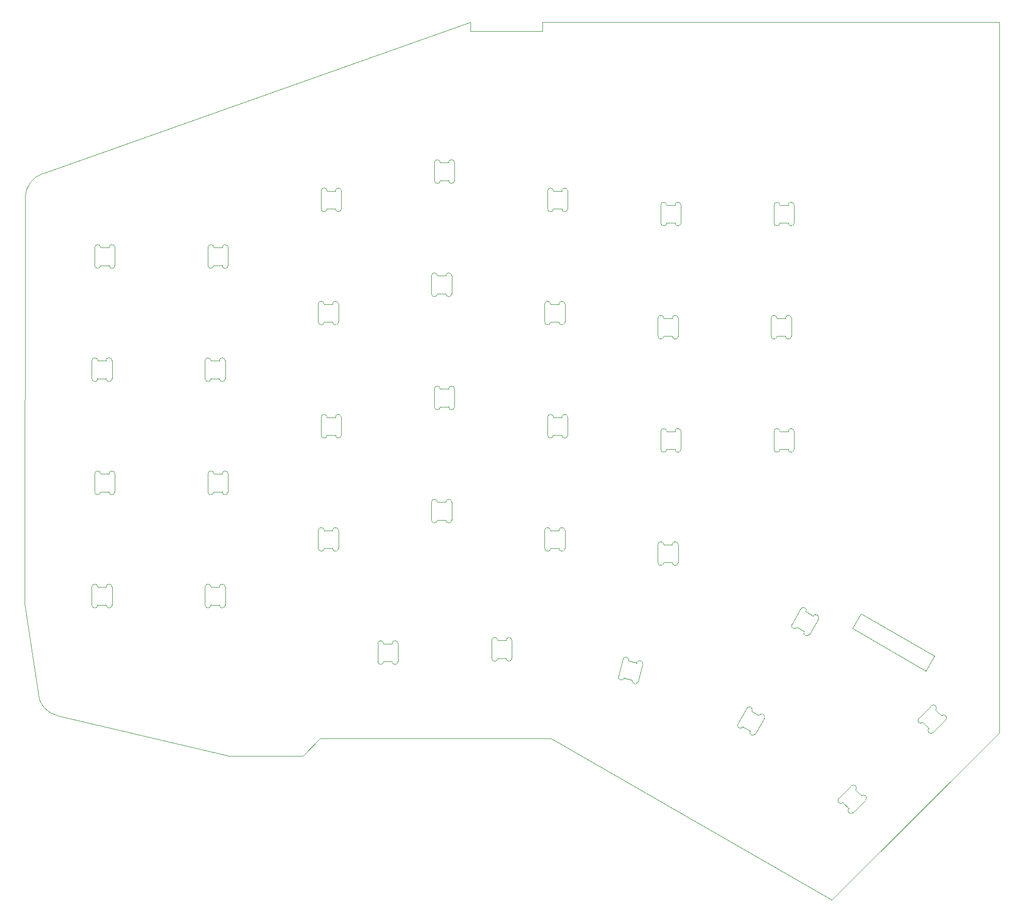
<source format=gbr>
%TF.GenerationSoftware,KiCad,Pcbnew,(5.99.0-11414-g76a6177eb7)*%
%TF.CreationDate,2021-12-13T11:53:38+08:00*%
%TF.ProjectId,Rev2,52657632-2e6b-4696-9361-645f70636258,rev?*%
%TF.SameCoordinates,Original*%
%TF.FileFunction,Profile,NP*%
%FSLAX46Y46*%
G04 Gerber Fmt 4.6, Leading zero omitted, Abs format (unit mm)*
G04 Created by KiCad (PCBNEW (5.99.0-11414-g76a6177eb7)) date 2021-12-13 11:53:38*
%MOMM*%
%LPD*%
G01*
G04 APERTURE LIST*
%TA.AperFunction,Profile*%
%ADD10C,0.100000*%
%TD*%
%TA.AperFunction,Profile*%
%ADD11C,0.120000*%
%TD*%
G04 APERTURE END LIST*
D10*
X139530000Y-31640000D02*
X139530000Y-33140000D01*
X151590000Y-31640000D02*
X151590000Y-33140000D01*
X151590000Y-31640000D02*
X228040000Y-31640000D01*
X139530000Y-33140000D02*
X151590000Y-33140000D01*
X70080000Y-148389999D02*
G75*
G02*
X66761841Y-144590231I840641J4082773D01*
G01*
X153070000Y-152200000D02*
X114235000Y-152200000D01*
X228484788Y-149000000D02*
X228484788Y-151250000D01*
X111300000Y-155200000D02*
X98970000Y-155200000D01*
X114235000Y-152200000D02*
X111300000Y-155200000D01*
X228484788Y-59090036D02*
X228484788Y-149000000D01*
X64570000Y-61260000D02*
X64500000Y-129610000D01*
X139530000Y-31640000D02*
X139530000Y-31640000D01*
X228484788Y-59090036D02*
X228490000Y-31640000D01*
X139530000Y-31640000D02*
X67560000Y-57110000D01*
X67560000Y-57110000D02*
G75*
G03*
X64570001Y-61260000I1369536J-4138845D01*
G01*
X64500000Y-129630000D02*
X66761841Y-144590231D01*
X153070000Y-152200000D02*
X200340000Y-179370000D01*
X228040000Y-31640000D02*
X228490000Y-31640000D01*
X228484788Y-151250000D02*
X200340000Y-179370000D01*
X98970000Y-155200000D02*
X70080000Y-148389999D01*
%TO.C,SW32*%
X79677499Y-72592000D02*
X79677499Y-69592000D01*
X76277499Y-69592000D02*
X76277499Y-72592000D01*
X78677499Y-69592000D02*
X77277499Y-69592000D01*
X78677499Y-72592000D02*
X77277499Y-72592000D01*
X79677499Y-72592000D02*
G75*
G02*
X78677499Y-72592000I-500000J0D01*
G01*
X77277499Y-72592000D02*
G75*
G02*
X76277499Y-72592000I-500000J0D01*
G01*
X76277499Y-69592000D02*
G75*
G02*
X77277499Y-69592000I500000J0D01*
G01*
X78677499Y-69592000D02*
G75*
G02*
X79677499Y-69592000I500000J0D01*
G01*
%TO.C,SW10*%
X171047500Y-119598250D02*
X171047500Y-122598250D01*
X172047500Y-122598250D02*
X173447500Y-122598250D01*
X172047500Y-119598250D02*
X173447500Y-119598250D01*
X174447500Y-122598250D02*
X174447500Y-119598250D01*
X173447500Y-119598250D02*
G75*
G02*
X174447500Y-119598250I500000J0D01*
G01*
X172047500Y-122598250D02*
G75*
G02*
X171047500Y-122598250I-500000J0D01*
G01*
X174447500Y-122598250D02*
G75*
G02*
X173447500Y-122598250I-500000J0D01*
G01*
X171047500Y-119598250D02*
G75*
G02*
X172047500Y-119598250I500000J0D01*
G01*
%TO.C,SW18*%
X133947500Y-77354500D02*
X135347500Y-77354500D01*
X133947500Y-74354500D02*
X135347500Y-74354500D01*
X132947500Y-74354500D02*
X132947500Y-77354500D01*
X136347500Y-77354500D02*
X136347500Y-74354500D01*
X136347500Y-77354500D02*
G75*
G02*
X135347500Y-77354500I-500000J0D01*
G01*
X133947500Y-77354500D02*
G75*
G02*
X132947500Y-77354500I-500000J0D01*
G01*
X135347500Y-74354500D02*
G75*
G02*
X136347500Y-74354500I500000J0D01*
G01*
X132947500Y-74354500D02*
G75*
G02*
X133947500Y-74354500I500000J0D01*
G01*
%TO.C,SW9*%
X171527500Y-100548250D02*
X171527500Y-103548250D01*
X173927500Y-100548250D02*
X172527500Y-100548250D01*
X174927500Y-103548250D02*
X174927500Y-100548250D01*
X173927500Y-103548250D02*
X172527500Y-103548250D01*
X171527500Y-100548250D02*
G75*
G02*
X172527500Y-100548250I500000J0D01*
G01*
X173927500Y-100548250D02*
G75*
G02*
X174927500Y-100548250I500000J0D01*
G01*
X172527500Y-103548250D02*
G75*
G02*
X171527500Y-103548250I-500000J0D01*
G01*
X174927500Y-103548250D02*
G75*
G02*
X173927500Y-103548250I-500000J0D01*
G01*
%TO.C,SW26*%
X145480000Y-135728250D02*
X144080000Y-135728250D01*
X146480000Y-138728250D02*
X146480000Y-135728250D01*
X145480000Y-138728250D02*
X144080000Y-138728250D01*
X143080000Y-135728250D02*
X143080000Y-138728250D01*
X145480000Y-135728250D02*
G75*
G02*
X146480000Y-135728250I500000J0D01*
G01*
X143080000Y-135728250D02*
G75*
G02*
X144080000Y-135728250I500000J0D01*
G01*
X144080000Y-138728250D02*
G75*
G02*
X143080000Y-138728250I-500000J0D01*
G01*
X146480000Y-138728250D02*
G75*
G02*
X145480000Y-138728250I-500000J0D01*
G01*
%TO.C,SW12*%
X152477500Y-60067000D02*
X152477500Y-63067000D01*
X154877500Y-63067000D02*
X153477500Y-63067000D01*
X155877500Y-63067000D02*
X155877500Y-60067000D01*
X154877500Y-60067000D02*
X153477500Y-60067000D01*
X152477500Y-60067000D02*
G75*
G02*
X153477500Y-60067000I500000J0D01*
G01*
X154877500Y-60067000D02*
G75*
G02*
X155877500Y-60067000I500000J0D01*
G01*
X153477500Y-63067000D02*
G75*
G02*
X152477500Y-63067000I-500000J0D01*
G01*
X155877500Y-63067000D02*
G75*
G02*
X154877500Y-63067000I-500000J0D01*
G01*
%TO.C,SW6*%
X204297511Y-160889929D02*
X205287461Y-161879879D01*
X203590405Y-160182822D02*
X201469084Y-162304143D01*
X203873247Y-164708306D02*
X205994568Y-162586986D01*
X202176191Y-163011250D02*
X203166141Y-164001199D01*
X203590405Y-160182823D02*
G75*
G02*
X204297511Y-160889929I353553J-353553D01*
G01*
X205287460Y-161879878D02*
G75*
G02*
X205994568Y-162586986I353554J-353554D01*
G01*
X202176192Y-163011249D02*
G75*
G02*
X201469084Y-162304143I-353554J353553D01*
G01*
X203873247Y-164708307D02*
G75*
G02*
X203166141Y-164001199I-353553J353554D01*
G01*
D11*
%TO.C,SW5*%
X205190185Y-131196592D02*
X217600329Y-138361592D01*
X217600329Y-138361592D02*
X216155329Y-140864405D01*
X216155329Y-140864405D02*
X203745185Y-133699405D01*
X203745185Y-133699405D02*
X205190185Y-131196592D01*
D10*
%TO.C,SW22*%
X114377500Y-60067000D02*
X114377500Y-63067000D01*
X116777500Y-63067000D02*
X115377500Y-63067000D01*
X117777500Y-63067000D02*
X117777500Y-60067000D01*
X116777500Y-60067000D02*
X115377500Y-60067000D01*
X116777500Y-60067000D02*
G75*
G02*
X117777500Y-60067000I500000J0D01*
G01*
X114377500Y-60067000D02*
G75*
G02*
X115377500Y-60067000I500000J0D01*
G01*
X115377500Y-63067000D02*
G75*
G02*
X114377500Y-63067000I-500000J0D01*
G01*
X117777500Y-63067000D02*
G75*
G02*
X116777500Y-63067000I-500000J0D01*
G01*
%TO.C,SW25*%
X117297500Y-120217000D02*
X117297500Y-117217000D01*
X113897500Y-117217000D02*
X113897500Y-120217000D01*
X114897500Y-117217000D02*
X116297500Y-117217000D01*
X114897500Y-120217000D02*
X116297500Y-120217000D01*
X114897500Y-120217000D02*
G75*
G02*
X113897500Y-120217000I-500000J0D01*
G01*
X117297500Y-120217000D02*
G75*
G02*
X116297500Y-120217000I-500000J0D01*
G01*
X113897500Y-117217000D02*
G75*
G02*
X114897500Y-117217000I500000J0D01*
G01*
X116297500Y-117217000D02*
G75*
G02*
X117297500Y-117217000I500000J0D01*
G01*
%TO.C,SW29*%
X97727500Y-110692000D02*
X96327500Y-110692000D01*
X98727500Y-110692000D02*
X98727500Y-107692000D01*
X97727500Y-107692000D02*
X96327500Y-107692000D01*
X95327500Y-107692000D02*
X95327500Y-110692000D01*
X97727500Y-107692000D02*
G75*
G02*
X98727500Y-107692000I500000J0D01*
G01*
X95327500Y-107692000D02*
G75*
G02*
X96327500Y-107692000I500000J0D01*
G01*
X96327500Y-110692000D02*
G75*
G02*
X95327500Y-110692000I-500000J0D01*
G01*
X98727500Y-110692000D02*
G75*
G02*
X97727500Y-110692000I-500000J0D01*
G01*
%TO.C,SW20*%
X133947500Y-112454500D02*
X135347500Y-112454500D01*
X133947500Y-115454500D02*
X135347500Y-115454500D01*
X136347500Y-115454500D02*
X136347500Y-112454500D01*
X132947500Y-112454500D02*
X132947500Y-115454500D01*
X135347500Y-112454500D02*
G75*
G02*
X136347500Y-112454500I500000J0D01*
G01*
X133947500Y-115454500D02*
G75*
G02*
X132947500Y-115454500I-500000J0D01*
G01*
X132947500Y-112454500D02*
G75*
G02*
X133947500Y-112454500I500000J0D01*
G01*
X136347500Y-115454500D02*
G75*
G02*
X135347500Y-115454500I-500000J0D01*
G01*
%TO.C,SW24*%
X116777500Y-101167000D02*
X115377500Y-101167000D01*
X117777500Y-101167000D02*
X117777500Y-98167000D01*
X116777500Y-98167000D02*
X115377500Y-98167000D01*
X114377500Y-98167000D02*
X114377500Y-101167000D01*
X115377500Y-101167000D02*
G75*
G02*
X114377500Y-101167000I-500000J0D01*
G01*
X114377500Y-98167000D02*
G75*
G02*
X115377500Y-98167000I500000J0D01*
G01*
X117777500Y-101167000D02*
G75*
G02*
X116777500Y-101167000I-500000J0D01*
G01*
X116777500Y-98167000D02*
G75*
G02*
X117777500Y-98167000I500000J0D01*
G01*
%TO.C,SW13*%
X152997500Y-79117000D02*
X154397500Y-79117000D01*
X155397500Y-82117000D02*
X155397500Y-79117000D01*
X152997500Y-82117000D02*
X154397500Y-82117000D01*
X151997500Y-79117000D02*
X151997500Y-82117000D01*
X154397500Y-79117000D02*
G75*
G02*
X155397500Y-79117000I500000J0D01*
G01*
X152997500Y-82117000D02*
G75*
G02*
X151997500Y-82117000I-500000J0D01*
G01*
X155397500Y-82117000D02*
G75*
G02*
X154397500Y-82117000I-500000J0D01*
G01*
X151997500Y-79117000D02*
G75*
G02*
X152997500Y-79117000I500000J0D01*
G01*
%TO.C,SW3*%
X192977499Y-103548250D02*
X191577499Y-103548250D01*
X193977499Y-103548250D02*
X193977499Y-100548250D01*
X190577499Y-100548250D02*
X190577499Y-103548250D01*
X192977499Y-100548250D02*
X191577499Y-100548250D01*
X193977499Y-103548250D02*
G75*
G02*
X192977499Y-103548250I-500000J0D01*
G01*
X191577499Y-103548250D02*
G75*
G02*
X190577499Y-103548250I-500000J0D01*
G01*
X190577499Y-100548250D02*
G75*
G02*
X191577499Y-100548250I500000J0D01*
G01*
X192977499Y-100548250D02*
G75*
G02*
X193977499Y-100548250I500000J0D01*
G01*
%TO.C,SW17*%
X135827500Y-55304500D02*
X134427500Y-55304500D01*
X135827500Y-58304500D02*
X134427500Y-58304500D01*
X136827500Y-58304500D02*
X136827500Y-55304500D01*
X133427500Y-55304500D02*
X133427500Y-58304500D01*
X133427500Y-55304500D02*
G75*
G02*
X134427500Y-55304500I500000J0D01*
G01*
X136827500Y-58304500D02*
G75*
G02*
X135827500Y-58304500I-500000J0D01*
G01*
X135827500Y-55304500D02*
G75*
G02*
X136827500Y-55304500I500000J0D01*
G01*
X134427500Y-58304500D02*
G75*
G02*
X133427500Y-58304500I-500000J0D01*
G01*
%TO.C,SW11*%
X194456816Y-133508436D02*
X195669252Y-134208436D01*
X195956816Y-130910359D02*
X197169252Y-131610359D01*
X195090791Y-130410359D02*
X193590791Y-133008436D01*
X196535277Y-134708436D02*
X198035277Y-132110359D01*
X195090792Y-130410359D02*
G75*
G02*
X195956816Y-130910359I433012J-250000D01*
G01*
X197169253Y-131610359D02*
G75*
G02*
X198035277Y-132110359I433012J-250000D01*
G01*
X196535278Y-134708436D02*
G75*
G02*
X195669252Y-134208436I-433013J250000D01*
G01*
X194456817Y-133508436D02*
G75*
G02*
X193590791Y-133008436I-433013J250000D01*
G01*
%TO.C,SW21*%
X167690947Y-142652898D02*
X168467404Y-139755121D01*
X166725021Y-142394079D02*
X165372725Y-142031732D01*
X165183256Y-138875136D02*
X164406799Y-141772913D01*
X167501478Y-139496302D02*
X166149182Y-139133955D01*
X165183256Y-138875135D02*
G75*
G02*
X166149182Y-139133955I482963J-129410D01*
G01*
X167690947Y-142652899D02*
G75*
G02*
X166725021Y-142394079I-482963J129410D01*
G01*
X165372725Y-142031733D02*
G75*
G02*
X164406799Y-141772913I-482963J129410D01*
G01*
X167501478Y-139496301D02*
G75*
G02*
X168467404Y-139755121I482963J-129410D01*
G01*
%TO.C,SW14*%
X155877500Y-101167000D02*
X155877500Y-98167000D01*
X152477500Y-98167000D02*
X152477500Y-101167000D01*
X154877500Y-101167000D02*
X153477500Y-101167000D01*
X154877500Y-98167000D02*
X153477500Y-98167000D01*
X155877500Y-101167000D02*
G75*
G02*
X154877500Y-101167000I-500000J0D01*
G01*
X153477500Y-101167000D02*
G75*
G02*
X152477500Y-101167000I-500000J0D01*
G01*
X152477500Y-98167000D02*
G75*
G02*
X153477500Y-98167000I500000J0D01*
G01*
X154877500Y-98167000D02*
G75*
G02*
X155877500Y-98167000I500000J0D01*
G01*
%TO.C,SW35*%
X75797499Y-126742000D02*
X75797499Y-129742000D01*
X79197499Y-129742000D02*
X79197499Y-126742000D01*
X76797499Y-129742000D02*
X78197499Y-129742000D01*
X76797499Y-126742000D02*
X78197499Y-126742000D01*
X78197499Y-126742000D02*
G75*
G02*
X79197499Y-126742000I500000J0D01*
G01*
X76797499Y-129742000D02*
G75*
G02*
X75797499Y-129742000I-500000J0D01*
G01*
X79197499Y-129742000D02*
G75*
G02*
X78197499Y-129742000I-500000J0D01*
G01*
X75797499Y-126742000D02*
G75*
G02*
X76797499Y-126742000I500000J0D01*
G01*
%TO.C,SW8*%
X174447500Y-84498250D02*
X174447500Y-81498250D01*
X172047500Y-84498250D02*
X173447500Y-84498250D01*
X172047500Y-81498250D02*
X173447500Y-81498250D01*
X171047500Y-81498250D02*
X171047500Y-84498250D01*
X172047500Y-84498250D02*
G75*
G02*
X171047500Y-84498250I-500000J0D01*
G01*
X171047500Y-81498250D02*
G75*
G02*
X172047500Y-81498250I500000J0D01*
G01*
X174447500Y-84498250D02*
G75*
G02*
X173447500Y-84498250I-500000J0D01*
G01*
X173447500Y-81498250D02*
G75*
G02*
X174447500Y-81498250I500000J0D01*
G01*
%TO.C,SW28*%
X95847500Y-91642000D02*
X97247500Y-91642000D01*
X98247500Y-91642000D02*
X98247500Y-88642000D01*
X94847500Y-88642000D02*
X94847500Y-91642000D01*
X95847500Y-88642000D02*
X97247500Y-88642000D01*
X97247500Y-88642000D02*
G75*
G02*
X98247500Y-88642000I500000J0D01*
G01*
X98247500Y-91642000D02*
G75*
G02*
X97247500Y-91642000I-500000J0D01*
G01*
X95847500Y-91642000D02*
G75*
G02*
X94847500Y-91642000I-500000J0D01*
G01*
X94847500Y-88642000D02*
G75*
G02*
X95847500Y-88642000I500000J0D01*
G01*
%TO.C,SW4*%
X215646575Y-149540867D02*
X216636525Y-150530816D01*
X217767895Y-147419546D02*
X218757845Y-148409496D01*
X217343631Y-151237923D02*
X219464952Y-149116603D01*
X217060789Y-146712439D02*
X214939468Y-148833760D01*
X217343631Y-151237924D02*
G75*
G02*
X216636525Y-150530816I-353553J353554D01*
G01*
X217060789Y-146712440D02*
G75*
G02*
X217767895Y-147419546I353553J-353553D01*
G01*
X215646576Y-149540866D02*
G75*
G02*
X214939468Y-148833760I-353554J353553D01*
G01*
X218757844Y-148409495D02*
G75*
G02*
X219464952Y-149116603I353554J-353554D01*
G01*
%TO.C,SW23*%
X114897500Y-82117000D02*
X116297500Y-82117000D01*
X117297500Y-82117000D02*
X117297500Y-79117000D01*
X114897500Y-79117000D02*
X116297500Y-79117000D01*
X113897500Y-79117000D02*
X113897500Y-82117000D01*
X117297500Y-82117000D02*
G75*
G02*
X116297500Y-82117000I-500000J0D01*
G01*
X113897500Y-79117000D02*
G75*
G02*
X114897500Y-79117000I500000J0D01*
G01*
X114897500Y-82117000D02*
G75*
G02*
X113897500Y-82117000I-500000J0D01*
G01*
X116297500Y-79117000D02*
G75*
G02*
X117297500Y-79117000I500000J0D01*
G01*
%TO.C,SW34*%
X78677499Y-110691999D02*
X77277499Y-110691999D01*
X76277499Y-107691999D02*
X76277499Y-110691999D01*
X79677499Y-110691999D02*
X79677499Y-107691999D01*
X78677499Y-107691999D02*
X77277499Y-107691999D01*
X78677499Y-107691999D02*
G75*
G02*
X79677499Y-107691999I500000J0D01*
G01*
X79677499Y-110691999D02*
G75*
G02*
X78677499Y-110691999I-500000J0D01*
G01*
X77277499Y-110691999D02*
G75*
G02*
X76277499Y-110691999I-500000J0D01*
G01*
X76277499Y-107691999D02*
G75*
G02*
X77277499Y-107691999I500000J0D01*
G01*
%TO.C,SW15*%
X152997500Y-120217000D02*
X154397500Y-120217000D01*
X152997500Y-117217000D02*
X154397500Y-117217000D01*
X151997500Y-117217000D02*
X151997500Y-120217000D01*
X155397500Y-120217000D02*
X155397500Y-117217000D01*
X154397500Y-117217000D02*
G75*
G02*
X155397500Y-117217000I500000J0D01*
G01*
X151997500Y-117217000D02*
G75*
G02*
X152997500Y-117217000I500000J0D01*
G01*
X155397500Y-120217000D02*
G75*
G02*
X154397500Y-120217000I-500000J0D01*
G01*
X152997500Y-120217000D02*
G75*
G02*
X151997500Y-120217000I-500000J0D01*
G01*
%TO.C,SW2*%
X193497499Y-84498250D02*
X193497499Y-81498250D01*
X190097499Y-81498250D02*
X190097499Y-84498250D01*
X191097499Y-84498250D02*
X192497499Y-84498250D01*
X191097499Y-81498250D02*
X192497499Y-81498250D01*
X192497499Y-81498250D02*
G75*
G02*
X193497499Y-81498250I500000J0D01*
G01*
X191097499Y-84498250D02*
G75*
G02*
X190097499Y-84498250I-500000J0D01*
G01*
X193497499Y-84498250D02*
G75*
G02*
X192497499Y-84498250I-500000J0D01*
G01*
X190097499Y-81498250D02*
G75*
G02*
X191097499Y-81498250I500000J0D01*
G01*
%TO.C,SW31*%
X123902500Y-136267000D02*
X123902500Y-139267000D01*
X126302500Y-136267000D02*
X124902500Y-136267000D01*
X126302500Y-139267000D02*
X124902500Y-139267000D01*
X127302500Y-139267000D02*
X127302500Y-136267000D01*
X124902500Y-139267000D02*
G75*
G02*
X123902500Y-139267000I-500000J0D01*
G01*
X127302500Y-139267000D02*
G75*
G02*
X126302500Y-139267000I-500000J0D01*
G01*
X123902500Y-136267000D02*
G75*
G02*
X124902500Y-136267000I500000J0D01*
G01*
X126302500Y-136267000D02*
G75*
G02*
X127302500Y-136267000I500000J0D01*
G01*
%TO.C,SW19*%
X136827500Y-96404500D02*
X136827500Y-93404500D01*
X135827500Y-93404500D02*
X134427500Y-93404500D01*
X133427500Y-93404500D02*
X133427500Y-96404500D01*
X135827500Y-96404500D02*
X134427500Y-96404500D01*
X133427500Y-93404500D02*
G75*
G02*
X134427500Y-93404500I500000J0D01*
G01*
X135827500Y-93404500D02*
G75*
G02*
X136827500Y-93404500I500000J0D01*
G01*
X134427500Y-96404500D02*
G75*
G02*
X133427500Y-96404500I-500000J0D01*
G01*
X136827500Y-96404500D02*
G75*
G02*
X135827500Y-96404500I-500000J0D01*
G01*
%TO.C,SW30*%
X98247500Y-129742000D02*
X98247500Y-126742000D01*
X95847500Y-126742000D02*
X97247500Y-126742000D01*
X94847500Y-126742000D02*
X94847500Y-129742000D01*
X95847500Y-129742000D02*
X97247500Y-129742000D01*
X97247500Y-126742000D02*
G75*
G02*
X98247500Y-126742000I500000J0D01*
G01*
X94847500Y-126742000D02*
G75*
G02*
X95847500Y-126742000I500000J0D01*
G01*
X95847500Y-129742000D02*
G75*
G02*
X94847500Y-129742000I-500000J0D01*
G01*
X98247500Y-129742000D02*
G75*
G02*
X97247500Y-129742000I-500000J0D01*
G01*
%TO.C,SW1*%
X192977499Y-65448250D02*
X191577499Y-65448250D01*
X192977499Y-62448250D02*
X191577499Y-62448250D01*
X190577499Y-62448250D02*
X190577499Y-65448250D01*
X193977499Y-65448250D02*
X193977499Y-62448250D01*
X191577499Y-65448250D02*
G75*
G02*
X190577499Y-65448250I-500000J0D01*
G01*
X190577499Y-62448250D02*
G75*
G02*
X191577499Y-62448250I500000J0D01*
G01*
X192977499Y-62448250D02*
G75*
G02*
X193977499Y-62448250I500000J0D01*
G01*
X193977499Y-65448250D02*
G75*
G02*
X192977499Y-65448250I-500000J0D01*
G01*
%TO.C,SW16*%
X186559944Y-150946219D02*
X185347509Y-150246219D01*
X185981483Y-147148142D02*
X184481483Y-149746219D01*
X187425970Y-151446219D02*
X188925970Y-148848142D01*
X188059944Y-148348142D02*
X186847509Y-147648142D01*
X188059944Y-148348142D02*
G75*
G02*
X188925970Y-148848142I433013J-250000D01*
G01*
X187425970Y-151446219D02*
G75*
G02*
X186559944Y-150946219I-433013J250000D01*
G01*
X185981483Y-147148142D02*
G75*
G02*
X186847509Y-147648142I433013J-250000D01*
G01*
X185347509Y-150246219D02*
G75*
G02*
X184481483Y-149746219I-433013J250000D01*
G01*
%TO.C,SW33*%
X75797499Y-88641999D02*
X75797499Y-91641999D01*
X76797499Y-91641999D02*
X78197499Y-91641999D01*
X76797499Y-88641999D02*
X78197499Y-88641999D01*
X79197499Y-91641999D02*
X79197499Y-88641999D01*
X75797499Y-88641999D02*
G75*
G02*
X76797499Y-88641999I500000J0D01*
G01*
X78197499Y-88641999D02*
G75*
G02*
X79197499Y-88641999I500000J0D01*
G01*
X76797499Y-91641999D02*
G75*
G02*
X75797499Y-91641999I-500000J0D01*
G01*
X79197499Y-91641999D02*
G75*
G02*
X78197499Y-91641999I-500000J0D01*
G01*
%TO.C,SW7*%
X173927500Y-62448250D02*
X172527500Y-62448250D01*
X174927500Y-65448250D02*
X174927500Y-62448250D01*
X171527500Y-62448250D02*
X171527500Y-65448250D01*
X173927500Y-65448250D02*
X172527500Y-65448250D01*
X173927500Y-62448250D02*
G75*
G02*
X174927500Y-62448250I500000J0D01*
G01*
X174927500Y-65448250D02*
G75*
G02*
X173927500Y-65448250I-500000J0D01*
G01*
X171527500Y-62448250D02*
G75*
G02*
X172527500Y-62448250I500000J0D01*
G01*
X172527500Y-65448250D02*
G75*
G02*
X171527500Y-65448250I-500000J0D01*
G01*
%TO.C,SW27*%
X95327500Y-69592000D02*
X95327500Y-72592000D01*
X97727500Y-69592000D02*
X96327500Y-69592000D01*
X97727500Y-72592000D02*
X96327500Y-72592000D01*
X98727500Y-72592000D02*
X98727500Y-69592000D01*
X97727500Y-69592000D02*
G75*
G02*
X98727500Y-69592000I500000J0D01*
G01*
X95327500Y-69592000D02*
G75*
G02*
X96327500Y-69592000I500000J0D01*
G01*
X98727500Y-72592000D02*
G75*
G02*
X97727500Y-72592000I-500000J0D01*
G01*
X96327500Y-72592000D02*
G75*
G02*
X95327500Y-72592000I-500000J0D01*
G01*
%TD*%
M02*

</source>
